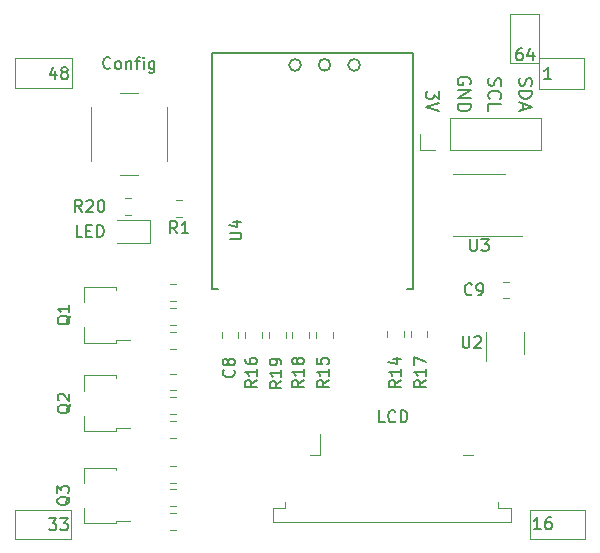
<source format=gbr>
G04 #@! TF.GenerationSoftware,KiCad,Pcbnew,(5.1.5-0-10_14)*
G04 #@! TF.CreationDate,2020-11-09T16:08:32+01:00*
G04 #@! TF.ProjectId,ATmega128_Breakout_Board_CC1101_HAT,41546d65-6761-4313-9238-5f427265616b,rev?*
G04 #@! TF.SameCoordinates,Original*
G04 #@! TF.FileFunction,Legend,Top*
G04 #@! TF.FilePolarity,Positive*
%FSLAX46Y46*%
G04 Gerber Fmt 4.6, Leading zero omitted, Abs format (unit mm)*
G04 Created by KiCad (PCBNEW (5.1.5-0-10_14)) date 2020-11-09 16:08:32*
%MOMM*%
%LPD*%
G04 APERTURE LIST*
%ADD10C,0.120000*%
%ADD11C,0.150000*%
G04 APERTURE END LIST*
D10*
X137700000Y-79600000D02*
X140200000Y-79600000D01*
X137700000Y-83800000D02*
X137700000Y-79600000D01*
X140200000Y-83800000D02*
X137700000Y-83800000D01*
X140200000Y-79600000D02*
X140200000Y-83800000D01*
D11*
X138714285Y-82552380D02*
X138523809Y-82552380D01*
X138428571Y-82600000D01*
X138380952Y-82647619D01*
X138285714Y-82790476D01*
X138238095Y-82980952D01*
X138238095Y-83361904D01*
X138285714Y-83457142D01*
X138333333Y-83504761D01*
X138428571Y-83552380D01*
X138619047Y-83552380D01*
X138714285Y-83504761D01*
X138761904Y-83457142D01*
X138809523Y-83361904D01*
X138809523Y-83123809D01*
X138761904Y-83028571D01*
X138714285Y-82980952D01*
X138619047Y-82933333D01*
X138428571Y-82933333D01*
X138333333Y-82980952D01*
X138285714Y-83028571D01*
X138238095Y-83123809D01*
X139666666Y-82885714D02*
X139666666Y-83552380D01*
X139428571Y-82504761D02*
X139190476Y-83219047D01*
X139809523Y-83219047D01*
D10*
X95800000Y-83400000D02*
X95800000Y-83500000D01*
X100600000Y-83400000D02*
X95800000Y-83400000D01*
X100600000Y-85900000D02*
X100600000Y-83400000D01*
X95800000Y-85900000D02*
X100600000Y-85900000D01*
X95800000Y-83400000D02*
X95800000Y-85900000D01*
D11*
X99214285Y-84485714D02*
X99214285Y-85152380D01*
X98976190Y-84104761D02*
X98738095Y-84819047D01*
X99357142Y-84819047D01*
X99880952Y-84580952D02*
X99785714Y-84533333D01*
X99738095Y-84485714D01*
X99690476Y-84390476D01*
X99690476Y-84342857D01*
X99738095Y-84247619D01*
X99785714Y-84200000D01*
X99880952Y-84152380D01*
X100071428Y-84152380D01*
X100166666Y-84200000D01*
X100214285Y-84247619D01*
X100261904Y-84342857D01*
X100261904Y-84390476D01*
X100214285Y-84485714D01*
X100166666Y-84533333D01*
X100071428Y-84580952D01*
X99880952Y-84580952D01*
X99785714Y-84628571D01*
X99738095Y-84676190D01*
X99690476Y-84771428D01*
X99690476Y-84961904D01*
X99738095Y-85057142D01*
X99785714Y-85104761D01*
X99880952Y-85152380D01*
X100071428Y-85152380D01*
X100166666Y-85104761D01*
X100214285Y-85057142D01*
X100261904Y-84961904D01*
X100261904Y-84771428D01*
X100214285Y-84676190D01*
X100166666Y-84628571D01*
X100071428Y-84580952D01*
D10*
X100500000Y-124100000D02*
X95800000Y-124100000D01*
X100500000Y-121600000D02*
X100500000Y-124100000D01*
X95800000Y-121600000D02*
X100500000Y-121600000D01*
X95800000Y-124100000D02*
X95800000Y-121600000D01*
D11*
X98690476Y-122352380D02*
X99309523Y-122352380D01*
X98976190Y-122733333D01*
X99119047Y-122733333D01*
X99214285Y-122780952D01*
X99261904Y-122828571D01*
X99309523Y-122923809D01*
X99309523Y-123161904D01*
X99261904Y-123257142D01*
X99214285Y-123304761D01*
X99119047Y-123352380D01*
X98833333Y-123352380D01*
X98738095Y-123304761D01*
X98690476Y-123257142D01*
X99642857Y-122352380D02*
X100261904Y-122352380D01*
X99928571Y-122733333D01*
X100071428Y-122733333D01*
X100166666Y-122780952D01*
X100214285Y-122828571D01*
X100261904Y-122923809D01*
X100261904Y-123161904D01*
X100214285Y-123257142D01*
X100166666Y-123304761D01*
X100071428Y-123352380D01*
X99785714Y-123352380D01*
X99690476Y-123304761D01*
X99642857Y-123257142D01*
D10*
X140200000Y-83400000D02*
X144000000Y-83400000D01*
X140200000Y-86000000D02*
X140200000Y-83400000D01*
X144000000Y-86000000D02*
X140200000Y-86000000D01*
X144000000Y-83400000D02*
X144000000Y-86000000D01*
X144100000Y-124100000D02*
X144100000Y-121600000D01*
X139400000Y-124100000D02*
X144100000Y-124100000D01*
X139400000Y-124000000D02*
X139400000Y-124100000D01*
X139400000Y-123700000D02*
X139400000Y-124000000D01*
X139400000Y-121600000D02*
X139400000Y-123700000D01*
X144100000Y-121600000D02*
X139400000Y-121600000D01*
D11*
X140309523Y-123252380D02*
X139738095Y-123252380D01*
X140023809Y-123252380D02*
X140023809Y-122252380D01*
X139928571Y-122395238D01*
X139833333Y-122490476D01*
X139738095Y-122538095D01*
X141166666Y-122252380D02*
X140976190Y-122252380D01*
X140880952Y-122300000D01*
X140833333Y-122347619D01*
X140738095Y-122490476D01*
X140690476Y-122680952D01*
X140690476Y-123061904D01*
X140738095Y-123157142D01*
X140785714Y-123204761D01*
X140880952Y-123252380D01*
X141071428Y-123252380D01*
X141166666Y-123204761D01*
X141214285Y-123157142D01*
X141261904Y-123061904D01*
X141261904Y-122823809D01*
X141214285Y-122728571D01*
X141166666Y-122680952D01*
X141071428Y-122633333D01*
X140880952Y-122633333D01*
X140785714Y-122680952D01*
X140738095Y-122728571D01*
X140690476Y-122823809D01*
X141185714Y-85152380D02*
X140614285Y-85152380D01*
X140900000Y-85152380D02*
X140900000Y-84152380D01*
X140804761Y-84295238D01*
X140709523Y-84390476D01*
X140614285Y-84438095D01*
X138524761Y-85074285D02*
X138472380Y-85231428D01*
X138472380Y-85493333D01*
X138524761Y-85598095D01*
X138577142Y-85650476D01*
X138681904Y-85702857D01*
X138786666Y-85702857D01*
X138891428Y-85650476D01*
X138943809Y-85598095D01*
X138996190Y-85493333D01*
X139048571Y-85283809D01*
X139100952Y-85179047D01*
X139153333Y-85126666D01*
X139258095Y-85074285D01*
X139362857Y-85074285D01*
X139467619Y-85126666D01*
X139520000Y-85179047D01*
X139572380Y-85283809D01*
X139572380Y-85545714D01*
X139520000Y-85702857D01*
X138472380Y-86174285D02*
X139572380Y-86174285D01*
X139572380Y-86436190D01*
X139520000Y-86593333D01*
X139415238Y-86698095D01*
X139310476Y-86750476D01*
X139100952Y-86802857D01*
X138943809Y-86802857D01*
X138734285Y-86750476D01*
X138629523Y-86698095D01*
X138524761Y-86593333D01*
X138472380Y-86436190D01*
X138472380Y-86174285D01*
X138786666Y-87221904D02*
X138786666Y-87745714D01*
X138472380Y-87117142D02*
X139572380Y-87483809D01*
X138472380Y-87850476D01*
X135924761Y-85100476D02*
X135872380Y-85257619D01*
X135872380Y-85519523D01*
X135924761Y-85624285D01*
X135977142Y-85676666D01*
X136081904Y-85729047D01*
X136186666Y-85729047D01*
X136291428Y-85676666D01*
X136343809Y-85624285D01*
X136396190Y-85519523D01*
X136448571Y-85310000D01*
X136500952Y-85205238D01*
X136553333Y-85152857D01*
X136658095Y-85100476D01*
X136762857Y-85100476D01*
X136867619Y-85152857D01*
X136920000Y-85205238D01*
X136972380Y-85310000D01*
X136972380Y-85571904D01*
X136920000Y-85729047D01*
X135977142Y-86829047D02*
X135924761Y-86776666D01*
X135872380Y-86619523D01*
X135872380Y-86514761D01*
X135924761Y-86357619D01*
X136029523Y-86252857D01*
X136134285Y-86200476D01*
X136343809Y-86148095D01*
X136500952Y-86148095D01*
X136710476Y-86200476D01*
X136815238Y-86252857D01*
X136920000Y-86357619D01*
X136972380Y-86514761D01*
X136972380Y-86619523D01*
X136920000Y-86776666D01*
X136867619Y-86829047D01*
X135872380Y-87824285D02*
X135872380Y-87300476D01*
X136972380Y-87300476D01*
X134320000Y-85571904D02*
X134372380Y-85467142D01*
X134372380Y-85310000D01*
X134320000Y-85152857D01*
X134215238Y-85048095D01*
X134110476Y-84995714D01*
X133900952Y-84943333D01*
X133743809Y-84943333D01*
X133534285Y-84995714D01*
X133429523Y-85048095D01*
X133324761Y-85152857D01*
X133272380Y-85310000D01*
X133272380Y-85414761D01*
X133324761Y-85571904D01*
X133377142Y-85624285D01*
X133743809Y-85624285D01*
X133743809Y-85414761D01*
X133272380Y-86095714D02*
X134372380Y-86095714D01*
X133272380Y-86724285D01*
X134372380Y-86724285D01*
X133272380Y-87248095D02*
X134372380Y-87248095D01*
X134372380Y-87510000D01*
X134320000Y-87667142D01*
X134215238Y-87771904D01*
X134110476Y-87824285D01*
X133900952Y-87876666D01*
X133743809Y-87876666D01*
X133534285Y-87824285D01*
X133429523Y-87771904D01*
X133324761Y-87667142D01*
X133272380Y-87510000D01*
X133272380Y-87248095D01*
X131702380Y-86161904D02*
X131702380Y-86842857D01*
X131283333Y-86476190D01*
X131283333Y-86633333D01*
X131230952Y-86738095D01*
X131178571Y-86790476D01*
X131073809Y-86842857D01*
X130811904Y-86842857D01*
X130707142Y-86790476D01*
X130654761Y-86738095D01*
X130602380Y-86633333D01*
X130602380Y-86319047D01*
X130654761Y-86214285D01*
X130707142Y-86161904D01*
X131702380Y-87157142D02*
X130602380Y-87523809D01*
X131702380Y-87890476D01*
D10*
X109961252Y-95390000D02*
X109438748Y-95390000D01*
X109961252Y-96810000D02*
X109438748Y-96810000D01*
X105661252Y-96659999D02*
X105138748Y-96659999D01*
X105661252Y-95239999D02*
X105138748Y-95239999D01*
X113289999Y-106538748D02*
X113289999Y-107061252D01*
X114709999Y-106538748D02*
X114709999Y-107061252D01*
X107260000Y-97090001D02*
X104400000Y-97090001D01*
X107260000Y-99010001D02*
X107260000Y-97090001D01*
X104400000Y-99010001D02*
X107260000Y-99010001D01*
X106200000Y-86300000D02*
X104700000Y-86300000D01*
X102200000Y-87550000D02*
X102200000Y-92050000D01*
X104700000Y-93300000D02*
X106200000Y-93300000D01*
X108700000Y-92050000D02*
X108700000Y-87550000D01*
D11*
X129510000Y-82950000D02*
X129510000Y-102950000D01*
X112510000Y-82950000D02*
X129510000Y-82950000D01*
X112510000Y-102950000D02*
X112510000Y-82950000D01*
X122510000Y-83950000D02*
G75*
G03X122510000Y-83950000I-500000J0D01*
G01*
X120010000Y-83950000D02*
G75*
G03X120010000Y-83950000I-500000J0D01*
G01*
X125010000Y-83950000D02*
G75*
G03X125010000Y-83950000I-500000J0D01*
G01*
X112510000Y-102950000D02*
X113010000Y-102950000D01*
X129510000Y-102950000D02*
X129010000Y-102950000D01*
D10*
X135100000Y-98410000D02*
X138700000Y-98410000D01*
X135100000Y-98410000D02*
X132900000Y-98410000D01*
X135100000Y-93190000D02*
X137300000Y-93190000D01*
X135100000Y-93190000D02*
X132900000Y-93190000D01*
X135690000Y-106600000D02*
X135690000Y-109050000D01*
X138910000Y-108400000D02*
X138910000Y-106600000D01*
X117290000Y-107061251D02*
X117290000Y-106538747D01*
X118710000Y-107061251D02*
X118710000Y-106538747D01*
X119290000Y-107061252D02*
X119290000Y-106538748D01*
X120710000Y-107061252D02*
X120710000Y-106538748D01*
X129290000Y-107021252D02*
X129290000Y-106498748D01*
X130710000Y-107021252D02*
X130710000Y-106498748D01*
X116710000Y-106538748D02*
X116710000Y-107061252D01*
X115290000Y-106538748D02*
X115290000Y-107061252D01*
X122710001Y-106538748D02*
X122710001Y-107061252D01*
X121290001Y-106538748D02*
X121290001Y-107061252D01*
X128720000Y-106498748D02*
X128720000Y-107021252D01*
X127300000Y-106498748D02*
X127300000Y-107021252D01*
X109461252Y-121310000D02*
X108938748Y-121310000D01*
X109461252Y-119890000D02*
X108938748Y-119890000D01*
X109461252Y-119310000D02*
X108938748Y-119310000D01*
X109461252Y-117890000D02*
X108938748Y-117890000D01*
X108938748Y-121890000D02*
X109461252Y-121890000D01*
X108938748Y-123310000D02*
X109461252Y-123310000D01*
X109461252Y-113510000D02*
X108938748Y-113510000D01*
X109461252Y-112090000D02*
X108938748Y-112090000D01*
X109461252Y-111510000D02*
X108938748Y-111510000D01*
X109461252Y-110090000D02*
X108938748Y-110090000D01*
X108938748Y-114090000D02*
X109461252Y-114090000D01*
X108938748Y-115510000D02*
X109461252Y-115510000D01*
X109461252Y-105960000D02*
X108938748Y-105960000D01*
X109461252Y-104540000D02*
X108938748Y-104540000D01*
X109461252Y-103960000D02*
X108938748Y-103960000D01*
X109461252Y-102540000D02*
X108938748Y-102540000D01*
X108938748Y-106590000D02*
X109461252Y-106590000D01*
X108938748Y-108010000D02*
X109461252Y-108010000D01*
X104360000Y-118040000D02*
X104360000Y-118270000D01*
X104360000Y-122760000D02*
X104360000Y-122530000D01*
X104360000Y-122760000D02*
X101640000Y-122760000D01*
X101640000Y-122760000D02*
X101640000Y-121450000D01*
X105500000Y-122530000D02*
X104360000Y-122530000D01*
X101640000Y-118040000D02*
X104360000Y-118040000D01*
X101640000Y-119350000D02*
X101640000Y-118040000D01*
X104360000Y-110240000D02*
X104360000Y-110470000D01*
X104360000Y-114960000D02*
X104360000Y-114730000D01*
X104360000Y-114960000D02*
X101640000Y-114960000D01*
X101640000Y-114960000D02*
X101640000Y-113650000D01*
X105500000Y-114730000D02*
X104360000Y-114730000D01*
X101640000Y-110240000D02*
X104360000Y-110240000D01*
X101640000Y-111550000D02*
X101640000Y-110240000D01*
X104360000Y-102740000D02*
X104360000Y-102970000D01*
X104360000Y-107460000D02*
X104360000Y-107230000D01*
X104360000Y-107460000D02*
X101640000Y-107460000D01*
X101640000Y-107460000D02*
X101640000Y-106150000D01*
X105500000Y-107230000D02*
X104360000Y-107230000D01*
X101640000Y-102740000D02*
X104360000Y-102740000D01*
X101640000Y-104050000D02*
X101640000Y-102740000D01*
X140350000Y-91130000D02*
X140350000Y-88470000D01*
X132670000Y-91130000D02*
X140350000Y-91130000D01*
X132670000Y-88470000D02*
X140350000Y-88470000D01*
X132670000Y-91130000D02*
X132670000Y-88470000D01*
X131400000Y-91130000D02*
X130070000Y-91130000D01*
X130070000Y-91130000D02*
X130070000Y-89800000D01*
X136735000Y-120960000D02*
X136735000Y-121500000D01*
X136735000Y-121500000D02*
X137760000Y-121500000D01*
X137760000Y-121500000D02*
X137760000Y-122610000D01*
X137760000Y-122610000D02*
X117620000Y-122610000D01*
X117620000Y-122610000D02*
X117620000Y-121500000D01*
X117620000Y-121500000D02*
X118645000Y-121500000D01*
X118645000Y-121500000D02*
X118645000Y-120960000D01*
X120800000Y-116990000D02*
X121625000Y-116990000D01*
X121625000Y-116990000D02*
X121625000Y-115190000D01*
X133755000Y-116990000D02*
X134580000Y-116990000D01*
X137611252Y-102290000D02*
X137088748Y-102290000D01*
X137611252Y-103710000D02*
X137088748Y-103710000D01*
D11*
X109533333Y-98202380D02*
X109200000Y-97726190D01*
X108961904Y-98202380D02*
X108961904Y-97202380D01*
X109342857Y-97202380D01*
X109438095Y-97250000D01*
X109485714Y-97297619D01*
X109533333Y-97392857D01*
X109533333Y-97535714D01*
X109485714Y-97630952D01*
X109438095Y-97678571D01*
X109342857Y-97726190D01*
X108961904Y-97726190D01*
X110485714Y-98202380D02*
X109914285Y-98202380D01*
X110200000Y-98202380D02*
X110200000Y-97202380D01*
X110104761Y-97345238D01*
X110009523Y-97440476D01*
X109914285Y-97488095D01*
X101457142Y-96402380D02*
X101123809Y-95926190D01*
X100885714Y-96402380D02*
X100885714Y-95402380D01*
X101266666Y-95402380D01*
X101361904Y-95450000D01*
X101409523Y-95497619D01*
X101457142Y-95592857D01*
X101457142Y-95735714D01*
X101409523Y-95830952D01*
X101361904Y-95878571D01*
X101266666Y-95926190D01*
X100885714Y-95926190D01*
X101838095Y-95497619D02*
X101885714Y-95450000D01*
X101980952Y-95402380D01*
X102219047Y-95402380D01*
X102314285Y-95450000D01*
X102361904Y-95497619D01*
X102409523Y-95592857D01*
X102409523Y-95688095D01*
X102361904Y-95830952D01*
X101790476Y-96402380D01*
X102409523Y-96402380D01*
X103028571Y-95402380D02*
X103123809Y-95402380D01*
X103219047Y-95450000D01*
X103266666Y-95497619D01*
X103314285Y-95592857D01*
X103361904Y-95783333D01*
X103361904Y-96021428D01*
X103314285Y-96211904D01*
X103266666Y-96307142D01*
X103219047Y-96354761D01*
X103123809Y-96402380D01*
X103028571Y-96402380D01*
X102933333Y-96354761D01*
X102885714Y-96307142D01*
X102838095Y-96211904D01*
X102790476Y-96021428D01*
X102790476Y-95783333D01*
X102838095Y-95592857D01*
X102885714Y-95497619D01*
X102933333Y-95450000D01*
X103028571Y-95402380D01*
X114307141Y-109766666D02*
X114354760Y-109814285D01*
X114402379Y-109957142D01*
X114402379Y-110052380D01*
X114354760Y-110195238D01*
X114259522Y-110290476D01*
X114164284Y-110338095D01*
X113973808Y-110385714D01*
X113830951Y-110385714D01*
X113640475Y-110338095D01*
X113545237Y-110290476D01*
X113449999Y-110195238D01*
X113402379Y-110052380D01*
X113402379Y-109957142D01*
X113449999Y-109814285D01*
X113497618Y-109766666D01*
X113830951Y-109195238D02*
X113783332Y-109290476D01*
X113735713Y-109338095D01*
X113640475Y-109385714D01*
X113592856Y-109385714D01*
X113497618Y-109338095D01*
X113449999Y-109290476D01*
X113402379Y-109195238D01*
X113402379Y-109004761D01*
X113449999Y-108909523D01*
X113497618Y-108861904D01*
X113592856Y-108814285D01*
X113640475Y-108814285D01*
X113735713Y-108861904D01*
X113783332Y-108909523D01*
X113830951Y-109004761D01*
X113830951Y-109195238D01*
X113878570Y-109290476D01*
X113926189Y-109338095D01*
X114021427Y-109385714D01*
X114211903Y-109385714D01*
X114307141Y-109338095D01*
X114354760Y-109290476D01*
X114402379Y-109195238D01*
X114402379Y-109004761D01*
X114354760Y-108909523D01*
X114307141Y-108861904D01*
X114211903Y-108814285D01*
X114021427Y-108814285D01*
X113926189Y-108861904D01*
X113878570Y-108909523D01*
X113830951Y-109004761D01*
X101507142Y-98502380D02*
X101030952Y-98502380D01*
X101030952Y-97502380D01*
X101840476Y-97978571D02*
X102173809Y-97978571D01*
X102316666Y-98502380D02*
X101840476Y-98502380D01*
X101840476Y-97502380D01*
X102316666Y-97502380D01*
X102745238Y-98502380D02*
X102745238Y-97502380D01*
X102983333Y-97502380D01*
X103126190Y-97550000D01*
X103221428Y-97645238D01*
X103269047Y-97740476D01*
X103316666Y-97930952D01*
X103316666Y-98073809D01*
X103269047Y-98264285D01*
X103221428Y-98359523D01*
X103126190Y-98454761D01*
X102983333Y-98502380D01*
X102745238Y-98502380D01*
X103878571Y-84207142D02*
X103830952Y-84254761D01*
X103688095Y-84302380D01*
X103592857Y-84302380D01*
X103450000Y-84254761D01*
X103354761Y-84159523D01*
X103307142Y-84064285D01*
X103259523Y-83873809D01*
X103259523Y-83730952D01*
X103307142Y-83540476D01*
X103354761Y-83445238D01*
X103450000Y-83350000D01*
X103592857Y-83302380D01*
X103688095Y-83302380D01*
X103830952Y-83350000D01*
X103878571Y-83397619D01*
X104450000Y-84302380D02*
X104354761Y-84254761D01*
X104307142Y-84207142D01*
X104259523Y-84111904D01*
X104259523Y-83826190D01*
X104307142Y-83730952D01*
X104354761Y-83683333D01*
X104450000Y-83635714D01*
X104592857Y-83635714D01*
X104688095Y-83683333D01*
X104735714Y-83730952D01*
X104783333Y-83826190D01*
X104783333Y-84111904D01*
X104735714Y-84207142D01*
X104688095Y-84254761D01*
X104592857Y-84302380D01*
X104450000Y-84302380D01*
X105211904Y-83635714D02*
X105211904Y-84302380D01*
X105211904Y-83730952D02*
X105259523Y-83683333D01*
X105354761Y-83635714D01*
X105497619Y-83635714D01*
X105592857Y-83683333D01*
X105640476Y-83778571D01*
X105640476Y-84302380D01*
X105973809Y-83635714D02*
X106354761Y-83635714D01*
X106116666Y-84302380D02*
X106116666Y-83445238D01*
X106164285Y-83350000D01*
X106259523Y-83302380D01*
X106354761Y-83302380D01*
X106688095Y-84302380D02*
X106688095Y-83635714D01*
X106688095Y-83302380D02*
X106640476Y-83350000D01*
X106688095Y-83397619D01*
X106735714Y-83350000D01*
X106688095Y-83302380D01*
X106688095Y-83397619D01*
X107592857Y-83635714D02*
X107592857Y-84445238D01*
X107545238Y-84540476D01*
X107497619Y-84588095D01*
X107402380Y-84635714D01*
X107259523Y-84635714D01*
X107164285Y-84588095D01*
X107592857Y-84254761D02*
X107497619Y-84302380D01*
X107307142Y-84302380D01*
X107211904Y-84254761D01*
X107164285Y-84207142D01*
X107116666Y-84111904D01*
X107116666Y-83826190D01*
X107164285Y-83730952D01*
X107211904Y-83683333D01*
X107307142Y-83635714D01*
X107497619Y-83635714D01*
X107592857Y-83683333D01*
X113962380Y-98711904D02*
X114771904Y-98711904D01*
X114867142Y-98664285D01*
X114914761Y-98616666D01*
X114962380Y-98521428D01*
X114962380Y-98330952D01*
X114914761Y-98235714D01*
X114867142Y-98188095D01*
X114771904Y-98140476D01*
X113962380Y-98140476D01*
X114295714Y-97235714D02*
X114962380Y-97235714D01*
X113914761Y-97473809D02*
X114629047Y-97711904D01*
X114629047Y-97092857D01*
X134338095Y-98702380D02*
X134338095Y-99511904D01*
X134385714Y-99607142D01*
X134433333Y-99654761D01*
X134528571Y-99702380D01*
X134719047Y-99702380D01*
X134814285Y-99654761D01*
X134861904Y-99607142D01*
X134909523Y-99511904D01*
X134909523Y-98702380D01*
X135290476Y-98702380D02*
X135909523Y-98702380D01*
X135576190Y-99083333D01*
X135719047Y-99083333D01*
X135814285Y-99130952D01*
X135861904Y-99178571D01*
X135909523Y-99273809D01*
X135909523Y-99511904D01*
X135861904Y-99607142D01*
X135814285Y-99654761D01*
X135719047Y-99702380D01*
X135433333Y-99702380D01*
X135338095Y-99654761D01*
X135290476Y-99607142D01*
X133688095Y-106902380D02*
X133688095Y-107711904D01*
X133735714Y-107807142D01*
X133783333Y-107854761D01*
X133878571Y-107902380D01*
X134069047Y-107902380D01*
X134164285Y-107854761D01*
X134211904Y-107807142D01*
X134259523Y-107711904D01*
X134259523Y-106902380D01*
X134688095Y-106997619D02*
X134735714Y-106950000D01*
X134830952Y-106902380D01*
X135069047Y-106902380D01*
X135164285Y-106950000D01*
X135211904Y-106997619D01*
X135259523Y-107092857D01*
X135259523Y-107188095D01*
X135211904Y-107330952D01*
X134640476Y-107902380D01*
X135259523Y-107902380D01*
X118362380Y-110732856D02*
X117886190Y-111066189D01*
X118362380Y-111304284D02*
X117362380Y-111304284D01*
X117362380Y-110923332D01*
X117410000Y-110828094D01*
X117457619Y-110780475D01*
X117552857Y-110732856D01*
X117695714Y-110732856D01*
X117790952Y-110780475D01*
X117838571Y-110828094D01*
X117886190Y-110923332D01*
X117886190Y-111304284D01*
X118362380Y-109780475D02*
X118362380Y-110351903D01*
X118362380Y-110066189D02*
X117362380Y-110066189D01*
X117505238Y-110161427D01*
X117600476Y-110256665D01*
X117648095Y-110351903D01*
X118362380Y-109304284D02*
X118362380Y-109113808D01*
X118314761Y-109018570D01*
X118267142Y-108970951D01*
X118124285Y-108875713D01*
X117933809Y-108828094D01*
X117552857Y-108828094D01*
X117457619Y-108875713D01*
X117410000Y-108923332D01*
X117362380Y-109018570D01*
X117362380Y-109209046D01*
X117410000Y-109304284D01*
X117457619Y-109351903D01*
X117552857Y-109399522D01*
X117790952Y-109399522D01*
X117886190Y-109351903D01*
X117933809Y-109304284D01*
X117981428Y-109209046D01*
X117981428Y-109018570D01*
X117933809Y-108923332D01*
X117886190Y-108875713D01*
X117790952Y-108828094D01*
X120262380Y-110642857D02*
X119786190Y-110976190D01*
X120262380Y-111214285D02*
X119262380Y-111214285D01*
X119262380Y-110833333D01*
X119310000Y-110738095D01*
X119357619Y-110690476D01*
X119452857Y-110642857D01*
X119595714Y-110642857D01*
X119690952Y-110690476D01*
X119738571Y-110738095D01*
X119786190Y-110833333D01*
X119786190Y-111214285D01*
X120262380Y-109690476D02*
X120262380Y-110261904D01*
X120262380Y-109976190D02*
X119262380Y-109976190D01*
X119405238Y-110071428D01*
X119500476Y-110166666D01*
X119548095Y-110261904D01*
X119690952Y-109119047D02*
X119643333Y-109214285D01*
X119595714Y-109261904D01*
X119500476Y-109309523D01*
X119452857Y-109309523D01*
X119357619Y-109261904D01*
X119310000Y-109214285D01*
X119262380Y-109119047D01*
X119262380Y-108928571D01*
X119310000Y-108833333D01*
X119357619Y-108785714D01*
X119452857Y-108738095D01*
X119500476Y-108738095D01*
X119595714Y-108785714D01*
X119643333Y-108833333D01*
X119690952Y-108928571D01*
X119690952Y-109119047D01*
X119738571Y-109214285D01*
X119786190Y-109261904D01*
X119881428Y-109309523D01*
X120071904Y-109309523D01*
X120167142Y-109261904D01*
X120214761Y-109214285D01*
X120262380Y-109119047D01*
X120262380Y-108928571D01*
X120214761Y-108833333D01*
X120167142Y-108785714D01*
X120071904Y-108738095D01*
X119881428Y-108738095D01*
X119786190Y-108785714D01*
X119738571Y-108833333D01*
X119690952Y-108928571D01*
X130602380Y-110642857D02*
X130126190Y-110976190D01*
X130602380Y-111214285D02*
X129602380Y-111214285D01*
X129602380Y-110833333D01*
X129650000Y-110738095D01*
X129697619Y-110690476D01*
X129792857Y-110642857D01*
X129935714Y-110642857D01*
X130030952Y-110690476D01*
X130078571Y-110738095D01*
X130126190Y-110833333D01*
X130126190Y-111214285D01*
X130602380Y-109690476D02*
X130602380Y-110261904D01*
X130602380Y-109976190D02*
X129602380Y-109976190D01*
X129745238Y-110071428D01*
X129840476Y-110166666D01*
X129888095Y-110261904D01*
X129602380Y-109357142D02*
X129602380Y-108690476D01*
X130602380Y-109119047D01*
X116292380Y-110632857D02*
X115816190Y-110966190D01*
X116292380Y-111204285D02*
X115292380Y-111204285D01*
X115292380Y-110823333D01*
X115340000Y-110728095D01*
X115387619Y-110680476D01*
X115482857Y-110632857D01*
X115625714Y-110632857D01*
X115720952Y-110680476D01*
X115768571Y-110728095D01*
X115816190Y-110823333D01*
X115816190Y-111204285D01*
X116292380Y-109680476D02*
X116292380Y-110251904D01*
X116292380Y-109966190D02*
X115292380Y-109966190D01*
X115435238Y-110061428D01*
X115530476Y-110156666D01*
X115578095Y-110251904D01*
X115292380Y-108823333D02*
X115292380Y-109013809D01*
X115340000Y-109109047D01*
X115387619Y-109156666D01*
X115530476Y-109251904D01*
X115720952Y-109299523D01*
X116101904Y-109299523D01*
X116197142Y-109251904D01*
X116244761Y-109204285D01*
X116292380Y-109109047D01*
X116292380Y-108918571D01*
X116244761Y-108823333D01*
X116197142Y-108775714D01*
X116101904Y-108728095D01*
X115863809Y-108728095D01*
X115768571Y-108775714D01*
X115720952Y-108823333D01*
X115673333Y-108918571D01*
X115673333Y-109109047D01*
X115720952Y-109204285D01*
X115768571Y-109251904D01*
X115863809Y-109299523D01*
X122352381Y-110642857D02*
X121876191Y-110976190D01*
X122352381Y-111214285D02*
X121352381Y-111214285D01*
X121352381Y-110833333D01*
X121400001Y-110738095D01*
X121447620Y-110690476D01*
X121542858Y-110642857D01*
X121685715Y-110642857D01*
X121780953Y-110690476D01*
X121828572Y-110738095D01*
X121876191Y-110833333D01*
X121876191Y-111214285D01*
X122352381Y-109690476D02*
X122352381Y-110261904D01*
X122352381Y-109976190D02*
X121352381Y-109976190D01*
X121495239Y-110071428D01*
X121590477Y-110166666D01*
X121638096Y-110261904D01*
X121352381Y-108785714D02*
X121352381Y-109261904D01*
X121828572Y-109309523D01*
X121780953Y-109261904D01*
X121733334Y-109166666D01*
X121733334Y-108928571D01*
X121780953Y-108833333D01*
X121828572Y-108785714D01*
X121923810Y-108738095D01*
X122161905Y-108738095D01*
X122257143Y-108785714D01*
X122304762Y-108833333D01*
X122352381Y-108928571D01*
X122352381Y-109166666D01*
X122304762Y-109261904D01*
X122257143Y-109309523D01*
X128452380Y-110642857D02*
X127976190Y-110976190D01*
X128452380Y-111214285D02*
X127452380Y-111214285D01*
X127452380Y-110833333D01*
X127500000Y-110738095D01*
X127547619Y-110690476D01*
X127642857Y-110642857D01*
X127785714Y-110642857D01*
X127880952Y-110690476D01*
X127928571Y-110738095D01*
X127976190Y-110833333D01*
X127976190Y-111214285D01*
X128452380Y-109690476D02*
X128452380Y-110261904D01*
X128452380Y-109976190D02*
X127452380Y-109976190D01*
X127595238Y-110071428D01*
X127690476Y-110166666D01*
X127738095Y-110261904D01*
X127785714Y-108833333D02*
X128452380Y-108833333D01*
X127404761Y-109071428D02*
X128119047Y-109309523D01*
X128119047Y-108690476D01*
X100447619Y-120495238D02*
X100400000Y-120590476D01*
X100304761Y-120685714D01*
X100161904Y-120828571D01*
X100114285Y-120923809D01*
X100114285Y-121019047D01*
X100352380Y-120971428D02*
X100304761Y-121066666D01*
X100209523Y-121161904D01*
X100019047Y-121209523D01*
X99685714Y-121209523D01*
X99495238Y-121161904D01*
X99400000Y-121066666D01*
X99352380Y-120971428D01*
X99352380Y-120780952D01*
X99400000Y-120685714D01*
X99495238Y-120590476D01*
X99685714Y-120542857D01*
X100019047Y-120542857D01*
X100209523Y-120590476D01*
X100304761Y-120685714D01*
X100352380Y-120780952D01*
X100352380Y-120971428D01*
X99352380Y-120209523D02*
X99352380Y-119590476D01*
X99733333Y-119923809D01*
X99733333Y-119780952D01*
X99780952Y-119685714D01*
X99828571Y-119638095D01*
X99923809Y-119590476D01*
X100161904Y-119590476D01*
X100257142Y-119638095D01*
X100304761Y-119685714D01*
X100352380Y-119780952D01*
X100352380Y-120066666D01*
X100304761Y-120161904D01*
X100257142Y-120209523D01*
X100497619Y-112695238D02*
X100450000Y-112790476D01*
X100354761Y-112885714D01*
X100211904Y-113028571D01*
X100164285Y-113123809D01*
X100164285Y-113219047D01*
X100402380Y-113171428D02*
X100354761Y-113266666D01*
X100259523Y-113361904D01*
X100069047Y-113409523D01*
X99735714Y-113409523D01*
X99545238Y-113361904D01*
X99450000Y-113266666D01*
X99402380Y-113171428D01*
X99402380Y-112980952D01*
X99450000Y-112885714D01*
X99545238Y-112790476D01*
X99735714Y-112742857D01*
X100069047Y-112742857D01*
X100259523Y-112790476D01*
X100354761Y-112885714D01*
X100402380Y-112980952D01*
X100402380Y-113171428D01*
X99497619Y-112361904D02*
X99450000Y-112314285D01*
X99402380Y-112219047D01*
X99402380Y-111980952D01*
X99450000Y-111885714D01*
X99497619Y-111838095D01*
X99592857Y-111790476D01*
X99688095Y-111790476D01*
X99830952Y-111838095D01*
X100402380Y-112409523D01*
X100402380Y-111790476D01*
X100497619Y-105195238D02*
X100450000Y-105290476D01*
X100354761Y-105385714D01*
X100211904Y-105528571D01*
X100164285Y-105623809D01*
X100164285Y-105719047D01*
X100402380Y-105671428D02*
X100354761Y-105766666D01*
X100259523Y-105861904D01*
X100069047Y-105909523D01*
X99735714Y-105909523D01*
X99545238Y-105861904D01*
X99450000Y-105766666D01*
X99402380Y-105671428D01*
X99402380Y-105480952D01*
X99450000Y-105385714D01*
X99545238Y-105290476D01*
X99735714Y-105242857D01*
X100069047Y-105242857D01*
X100259523Y-105290476D01*
X100354761Y-105385714D01*
X100402380Y-105480952D01*
X100402380Y-105671428D01*
X100402380Y-104290476D02*
X100402380Y-104861904D01*
X100402380Y-104576190D02*
X99402380Y-104576190D01*
X99545238Y-104671428D01*
X99640476Y-104766666D01*
X99688095Y-104861904D01*
X127109523Y-114202380D02*
X126633333Y-114202380D01*
X126633333Y-113202380D01*
X128014285Y-114107142D02*
X127966666Y-114154761D01*
X127823809Y-114202380D01*
X127728571Y-114202380D01*
X127585714Y-114154761D01*
X127490476Y-114059523D01*
X127442857Y-113964285D01*
X127395238Y-113773809D01*
X127395238Y-113630952D01*
X127442857Y-113440476D01*
X127490476Y-113345238D01*
X127585714Y-113250000D01*
X127728571Y-113202380D01*
X127823809Y-113202380D01*
X127966666Y-113250000D01*
X128014285Y-113297619D01*
X128442857Y-114202380D02*
X128442857Y-113202380D01*
X128680952Y-113202380D01*
X128823809Y-113250000D01*
X128919047Y-113345238D01*
X128966666Y-113440476D01*
X129014285Y-113630952D01*
X129014285Y-113773809D01*
X128966666Y-113964285D01*
X128919047Y-114059523D01*
X128823809Y-114154761D01*
X128680952Y-114202380D01*
X128442857Y-114202380D01*
X134483333Y-103357142D02*
X134435714Y-103404761D01*
X134292857Y-103452380D01*
X134197619Y-103452380D01*
X134054761Y-103404761D01*
X133959523Y-103309523D01*
X133911904Y-103214285D01*
X133864285Y-103023809D01*
X133864285Y-102880952D01*
X133911904Y-102690476D01*
X133959523Y-102595238D01*
X134054761Y-102500000D01*
X134197619Y-102452380D01*
X134292857Y-102452380D01*
X134435714Y-102500000D01*
X134483333Y-102547619D01*
X134959523Y-103452380D02*
X135150000Y-103452380D01*
X135245238Y-103404761D01*
X135292857Y-103357142D01*
X135388095Y-103214285D01*
X135435714Y-103023809D01*
X135435714Y-102642857D01*
X135388095Y-102547619D01*
X135340476Y-102500000D01*
X135245238Y-102452380D01*
X135054761Y-102452380D01*
X134959523Y-102500000D01*
X134911904Y-102547619D01*
X134864285Y-102642857D01*
X134864285Y-102880952D01*
X134911904Y-102976190D01*
X134959523Y-103023809D01*
X135054761Y-103071428D01*
X135245238Y-103071428D01*
X135340476Y-103023809D01*
X135388095Y-102976190D01*
X135435714Y-102880952D01*
M02*

</source>
